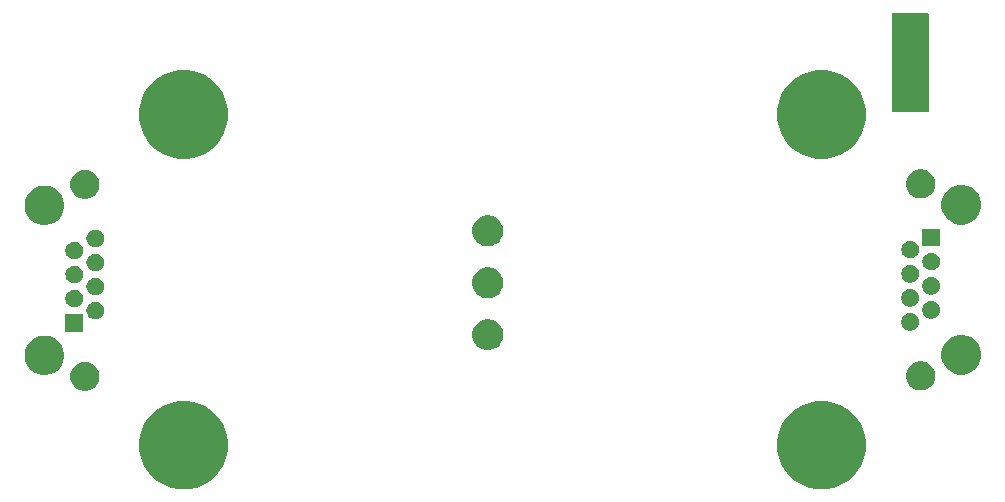
<source format=gbs>
G04 #@! TF.GenerationSoftware,KiCad,Pcbnew,5.1.5-1.fc31*
G04 #@! TF.CreationDate,2020-04-27T21:51:01+02:00*
G04 #@! TF.ProjectId,vdsl-surge-protection-copy,7664736c-2d73-4757-9267-652d70726f74,rev?*
G04 #@! TF.SameCoordinates,Original*
G04 #@! TF.FileFunction,Soldermask,Bot*
G04 #@! TF.FilePolarity,Negative*
%FSLAX46Y46*%
G04 Gerber Fmt 4.6, Leading zero omitted, Abs format (unit mm)*
G04 Created by KiCad (PCBNEW 5.1.5-1.fc31) date 2020-04-27 21:51:01*
%MOMM*%
%LPD*%
G04 APERTURE LIST*
%ADD10C,0.100000*%
G04 APERTURE END LIST*
D10*
G36*
X122000000Y-80750000D02*
G01*
X119000000Y-80750000D01*
X119000000Y-72500000D01*
X122000000Y-72500000D01*
X122000000Y-80750000D01*
G37*
X122000000Y-80750000D02*
X119000000Y-80750000D01*
X119000000Y-72500000D01*
X122000000Y-72500000D01*
X122000000Y-80750000D01*
G36*
X114093835Y-105394110D02*
G01*
X114776291Y-105676793D01*
X115390486Y-106087185D01*
X115912815Y-106609514D01*
X116323207Y-107223709D01*
X116605890Y-107906165D01*
X116750000Y-108630657D01*
X116750000Y-109369343D01*
X116605890Y-110093835D01*
X116323207Y-110776291D01*
X115912815Y-111390486D01*
X115390486Y-111912815D01*
X114776291Y-112323207D01*
X114093835Y-112605890D01*
X113369343Y-112750000D01*
X112630657Y-112750000D01*
X111906165Y-112605890D01*
X111223709Y-112323207D01*
X110609514Y-111912815D01*
X110087185Y-111390486D01*
X109676793Y-110776291D01*
X109394110Y-110093835D01*
X109250000Y-109369343D01*
X109250000Y-108630657D01*
X109394110Y-107906165D01*
X109676793Y-107223709D01*
X110087185Y-106609514D01*
X110609514Y-106087185D01*
X111223709Y-105676793D01*
X111906165Y-105394110D01*
X112630657Y-105250000D01*
X113369343Y-105250000D01*
X114093835Y-105394110D01*
G37*
G36*
X60093835Y-105394110D02*
G01*
X60776291Y-105676793D01*
X61390486Y-106087185D01*
X61912815Y-106609514D01*
X62323207Y-107223709D01*
X62605890Y-107906165D01*
X62750000Y-108630657D01*
X62750000Y-109369343D01*
X62605890Y-110093835D01*
X62323207Y-110776291D01*
X61912815Y-111390486D01*
X61390486Y-111912815D01*
X60776291Y-112323207D01*
X60093835Y-112605890D01*
X59369343Y-112750000D01*
X58630657Y-112750000D01*
X57906165Y-112605890D01*
X57223709Y-112323207D01*
X56609514Y-111912815D01*
X56087185Y-111390486D01*
X55676793Y-110776291D01*
X55394110Y-110093835D01*
X55250000Y-109369343D01*
X55250000Y-108630657D01*
X55394110Y-107906165D01*
X55676793Y-107223709D01*
X56087185Y-106609514D01*
X56609514Y-106087185D01*
X57223709Y-105676793D01*
X57906165Y-105394110D01*
X58630657Y-105250000D01*
X59369343Y-105250000D01*
X60093835Y-105394110D01*
G37*
G36*
X50988048Y-101999672D02*
G01*
X50988050Y-101999673D01*
X50988051Y-101999673D01*
X51053481Y-102026776D01*
X51211439Y-102092204D01*
X51211440Y-102092205D01*
X51412484Y-102226537D01*
X51583463Y-102397516D01*
X51684386Y-102548560D01*
X51717796Y-102598561D01*
X51810328Y-102821952D01*
X51857500Y-103059102D01*
X51857500Y-103300898D01*
X51810328Y-103538048D01*
X51717796Y-103761439D01*
X51717795Y-103761440D01*
X51583463Y-103962484D01*
X51412484Y-104133463D01*
X51251539Y-104241002D01*
X51211439Y-104267796D01*
X51108758Y-104310328D01*
X50988051Y-104360327D01*
X50988050Y-104360327D01*
X50988048Y-104360328D01*
X50750898Y-104407500D01*
X50509102Y-104407500D01*
X50271952Y-104360328D01*
X50271950Y-104360327D01*
X50271949Y-104360327D01*
X50151242Y-104310328D01*
X50048561Y-104267796D01*
X50008461Y-104241002D01*
X49847516Y-104133463D01*
X49676537Y-103962484D01*
X49542205Y-103761440D01*
X49542204Y-103761439D01*
X49449672Y-103538048D01*
X49402500Y-103300898D01*
X49402500Y-103059102D01*
X49449672Y-102821952D01*
X49542204Y-102598561D01*
X49575614Y-102548560D01*
X49676537Y-102397516D01*
X49847516Y-102226537D01*
X50048560Y-102092205D01*
X50048561Y-102092204D01*
X50206519Y-102026775D01*
X50271949Y-101999673D01*
X50271950Y-101999673D01*
X50271952Y-101999672D01*
X50509102Y-101952500D01*
X50750898Y-101952500D01*
X50988048Y-101999672D01*
G37*
G36*
X121758048Y-101949672D02*
G01*
X121758050Y-101949673D01*
X121758051Y-101949673D01*
X121823481Y-101976776D01*
X121981439Y-102042204D01*
X121981440Y-102042205D01*
X122182484Y-102176537D01*
X122353463Y-102347516D01*
X122461002Y-102508461D01*
X122487796Y-102548561D01*
X122580328Y-102771952D01*
X122627500Y-103009102D01*
X122627500Y-103250898D01*
X122580328Y-103488048D01*
X122487796Y-103711439D01*
X122487795Y-103711440D01*
X122353463Y-103912484D01*
X122182484Y-104083463D01*
X122021539Y-104191002D01*
X121981439Y-104217796D01*
X121860731Y-104267795D01*
X121758051Y-104310327D01*
X121758050Y-104310327D01*
X121758048Y-104310328D01*
X121520898Y-104357500D01*
X121279102Y-104357500D01*
X121041952Y-104310328D01*
X121041950Y-104310327D01*
X121041949Y-104310327D01*
X120939269Y-104267795D01*
X120818561Y-104217796D01*
X120778461Y-104191002D01*
X120617516Y-104083463D01*
X120446537Y-103912484D01*
X120312205Y-103711440D01*
X120312204Y-103711439D01*
X120219672Y-103488048D01*
X120172500Y-103250898D01*
X120172500Y-103009102D01*
X120219672Y-102771952D01*
X120312204Y-102548561D01*
X120338998Y-102508461D01*
X120446537Y-102347516D01*
X120617516Y-102176537D01*
X120818560Y-102042205D01*
X120818561Y-102042204D01*
X120976519Y-101976776D01*
X121041949Y-101949673D01*
X121041950Y-101949673D01*
X121041952Y-101949672D01*
X121279102Y-101902500D01*
X121520898Y-101902500D01*
X121758048Y-101949672D01*
G37*
G36*
X47688580Y-99789369D02*
G01*
X47993410Y-99915634D01*
X48267751Y-100098942D01*
X48501058Y-100332249D01*
X48684366Y-100606590D01*
X48810631Y-100911420D01*
X48875000Y-101235027D01*
X48875000Y-101564973D01*
X48810631Y-101888580D01*
X48684366Y-102193410D01*
X48501058Y-102467751D01*
X48267751Y-102701058D01*
X47993410Y-102884366D01*
X47688580Y-103010631D01*
X47364973Y-103075000D01*
X47035027Y-103075000D01*
X46711420Y-103010631D01*
X46406590Y-102884366D01*
X46132249Y-102701058D01*
X45898942Y-102467751D01*
X45715634Y-102193410D01*
X45589369Y-101888580D01*
X45525000Y-101564973D01*
X45525000Y-101235027D01*
X45589369Y-100911420D01*
X45715634Y-100606590D01*
X45898942Y-100332249D01*
X46132249Y-100098942D01*
X46406590Y-99915634D01*
X46711420Y-99789369D01*
X47035027Y-99725000D01*
X47364973Y-99725000D01*
X47688580Y-99789369D01*
G37*
G36*
X125318580Y-99739369D02*
G01*
X125623410Y-99865634D01*
X125897751Y-100048942D01*
X126131058Y-100282249D01*
X126314366Y-100556590D01*
X126440631Y-100861420D01*
X126505000Y-101185027D01*
X126505000Y-101514973D01*
X126440631Y-101838580D01*
X126314366Y-102143410D01*
X126131058Y-102417751D01*
X125897751Y-102651058D01*
X125623410Y-102834366D01*
X125318580Y-102960631D01*
X124994973Y-103025000D01*
X124665027Y-103025000D01*
X124341420Y-102960631D01*
X124036590Y-102834366D01*
X123762249Y-102651058D01*
X123528942Y-102417751D01*
X123345634Y-102143410D01*
X123219369Y-101838580D01*
X123155000Y-101514973D01*
X123155000Y-101185027D01*
X123219369Y-100861420D01*
X123345634Y-100556590D01*
X123528942Y-100282249D01*
X123762249Y-100048942D01*
X124036590Y-99865634D01*
X124341420Y-99739369D01*
X124665027Y-99675000D01*
X124994973Y-99675000D01*
X125318580Y-99739369D01*
G37*
G36*
X85129196Y-98399958D02*
G01*
X85129198Y-98399959D01*
X85129199Y-98399959D01*
X85216592Y-98436159D01*
X85365781Y-98497955D01*
X85578702Y-98640224D01*
X85759776Y-98821298D01*
X85902045Y-99034219D01*
X86000042Y-99270804D01*
X86050000Y-99521961D01*
X86050000Y-99778039D01*
X86000042Y-100029196D01*
X85902045Y-100265781D01*
X85759776Y-100478702D01*
X85578702Y-100659776D01*
X85365781Y-100802045D01*
X85222442Y-100861418D01*
X85129199Y-100900041D01*
X85129198Y-100900041D01*
X85129196Y-100900042D01*
X84878039Y-100950000D01*
X84621961Y-100950000D01*
X84370804Y-100900042D01*
X84370802Y-100900041D01*
X84370801Y-100900041D01*
X84277558Y-100861418D01*
X84134219Y-100802045D01*
X83921298Y-100659776D01*
X83740224Y-100478702D01*
X83597955Y-100265781D01*
X83499958Y-100029196D01*
X83450000Y-99778039D01*
X83450000Y-99521961D01*
X83499958Y-99270804D01*
X83597955Y-99034219D01*
X83740224Y-98821298D01*
X83921298Y-98640224D01*
X84134219Y-98497955D01*
X84283408Y-98436159D01*
X84370801Y-98399959D01*
X84370802Y-98399959D01*
X84370804Y-98399958D01*
X84621961Y-98350000D01*
X84878039Y-98350000D01*
X85129196Y-98399958D01*
G37*
G36*
X50489000Y-99379000D02*
G01*
X48991000Y-99379000D01*
X48991000Y-97881000D01*
X50489000Y-97881000D01*
X50489000Y-99379000D01*
G37*
G36*
X120728475Y-97839784D02*
G01*
X120728477Y-97839785D01*
X120728478Y-97839785D01*
X120864787Y-97896246D01*
X120987458Y-97978212D01*
X121091788Y-98082542D01*
X121173754Y-98205213D01*
X121225531Y-98330215D01*
X121230216Y-98341525D01*
X121259000Y-98486230D01*
X121259000Y-98633770D01*
X121230216Y-98778475D01*
X121230215Y-98778478D01*
X121173754Y-98914787D01*
X121091788Y-99037458D01*
X120987458Y-99141788D01*
X120864787Y-99223754D01*
X120728478Y-99280215D01*
X120728477Y-99280215D01*
X120728475Y-99280216D01*
X120583770Y-99309000D01*
X120436230Y-99309000D01*
X120291525Y-99280216D01*
X120291523Y-99280215D01*
X120291522Y-99280215D01*
X120155213Y-99223754D01*
X120032542Y-99141788D01*
X119928212Y-99037458D01*
X119846246Y-98914787D01*
X119789785Y-98778478D01*
X119789784Y-98778475D01*
X119761000Y-98633770D01*
X119761000Y-98486230D01*
X119789784Y-98341525D01*
X119794469Y-98330215D01*
X119846246Y-98205213D01*
X119928212Y-98082542D01*
X120032542Y-97978212D01*
X120155213Y-97896246D01*
X120291522Y-97839785D01*
X120291523Y-97839785D01*
X120291525Y-97839784D01*
X120436230Y-97811000D01*
X120583770Y-97811000D01*
X120728475Y-97839784D01*
G37*
G36*
X51738475Y-96889784D02*
G01*
X51738477Y-96889785D01*
X51738478Y-96889785D01*
X51874787Y-96946246D01*
X51997458Y-97028212D01*
X52101788Y-97132542D01*
X52183754Y-97255213D01*
X52240215Y-97391522D01*
X52240216Y-97391525D01*
X52269000Y-97536230D01*
X52269000Y-97683770D01*
X52254140Y-97758475D01*
X52240215Y-97828478D01*
X52183754Y-97964787D01*
X52101788Y-98087458D01*
X51997458Y-98191788D01*
X51874787Y-98273754D01*
X51738478Y-98330215D01*
X51738477Y-98330215D01*
X51738475Y-98330216D01*
X51593770Y-98359000D01*
X51446230Y-98359000D01*
X51301525Y-98330216D01*
X51301523Y-98330215D01*
X51301522Y-98330215D01*
X51165213Y-98273754D01*
X51042542Y-98191788D01*
X50938212Y-98087458D01*
X50856246Y-97964787D01*
X50799785Y-97828478D01*
X50785860Y-97758475D01*
X50771000Y-97683770D01*
X50771000Y-97536230D01*
X50799784Y-97391525D01*
X50799785Y-97391522D01*
X50856246Y-97255213D01*
X50938212Y-97132542D01*
X51042542Y-97028212D01*
X51165213Y-96946246D01*
X51301522Y-96889785D01*
X51301523Y-96889785D01*
X51301525Y-96889784D01*
X51446230Y-96861000D01*
X51593770Y-96861000D01*
X51738475Y-96889784D01*
G37*
G36*
X122508475Y-96819784D02*
G01*
X122508477Y-96819785D01*
X122508478Y-96819785D01*
X122644787Y-96876246D01*
X122767458Y-96958212D01*
X122871788Y-97062542D01*
X122953754Y-97185213D01*
X123005531Y-97310215D01*
X123010216Y-97321525D01*
X123039000Y-97466230D01*
X123039000Y-97613770D01*
X123010216Y-97758475D01*
X123010215Y-97758478D01*
X122953754Y-97894787D01*
X122871788Y-98017458D01*
X122767458Y-98121788D01*
X122644787Y-98203754D01*
X122508478Y-98260215D01*
X122508477Y-98260215D01*
X122508475Y-98260216D01*
X122363770Y-98289000D01*
X122216230Y-98289000D01*
X122071525Y-98260216D01*
X122071523Y-98260215D01*
X122071522Y-98260215D01*
X121935213Y-98203754D01*
X121812542Y-98121788D01*
X121708212Y-98017458D01*
X121626246Y-97894787D01*
X121569785Y-97758478D01*
X121569784Y-97758475D01*
X121541000Y-97613770D01*
X121541000Y-97466230D01*
X121569784Y-97321525D01*
X121574469Y-97310215D01*
X121626246Y-97185213D01*
X121708212Y-97062542D01*
X121812542Y-96958212D01*
X121935213Y-96876246D01*
X122071522Y-96819785D01*
X122071523Y-96819785D01*
X122071525Y-96819784D01*
X122216230Y-96791000D01*
X122363770Y-96791000D01*
X122508475Y-96819784D01*
G37*
G36*
X49958475Y-95869784D02*
G01*
X49958477Y-95869785D01*
X49958478Y-95869785D01*
X50094787Y-95926246D01*
X50217458Y-96008212D01*
X50321788Y-96112542D01*
X50403754Y-96235213D01*
X50460215Y-96371522D01*
X50460216Y-96371525D01*
X50489000Y-96516230D01*
X50489000Y-96663770D01*
X50474140Y-96738475D01*
X50460215Y-96808478D01*
X50403754Y-96944787D01*
X50321788Y-97067458D01*
X50217458Y-97171788D01*
X50094787Y-97253754D01*
X49958478Y-97310215D01*
X49958477Y-97310215D01*
X49958475Y-97310216D01*
X49813770Y-97339000D01*
X49666230Y-97339000D01*
X49521525Y-97310216D01*
X49521523Y-97310215D01*
X49521522Y-97310215D01*
X49385213Y-97253754D01*
X49262542Y-97171788D01*
X49158212Y-97067458D01*
X49076246Y-96944787D01*
X49019785Y-96808478D01*
X49005860Y-96738475D01*
X48991000Y-96663770D01*
X48991000Y-96516230D01*
X49019784Y-96371525D01*
X49019785Y-96371522D01*
X49076246Y-96235213D01*
X49158212Y-96112542D01*
X49262542Y-96008212D01*
X49385213Y-95926246D01*
X49521522Y-95869785D01*
X49521523Y-95869785D01*
X49521525Y-95869784D01*
X49666230Y-95841000D01*
X49813770Y-95841000D01*
X49958475Y-95869784D01*
G37*
G36*
X120728475Y-95799784D02*
G01*
X120728477Y-95799785D01*
X120728478Y-95799785D01*
X120864787Y-95856246D01*
X120987458Y-95938212D01*
X121091788Y-96042542D01*
X121173754Y-96165213D01*
X121212923Y-96259775D01*
X121230216Y-96301525D01*
X121259000Y-96446230D01*
X121259000Y-96593770D01*
X121230216Y-96738475D01*
X121230215Y-96738478D01*
X121173754Y-96874787D01*
X121091788Y-96997458D01*
X120987458Y-97101788D01*
X120864787Y-97183754D01*
X120728478Y-97240215D01*
X120728477Y-97240215D01*
X120728475Y-97240216D01*
X120583770Y-97269000D01*
X120436230Y-97269000D01*
X120291525Y-97240216D01*
X120291523Y-97240215D01*
X120291522Y-97240215D01*
X120155213Y-97183754D01*
X120032542Y-97101788D01*
X119928212Y-96997458D01*
X119846246Y-96874787D01*
X119789785Y-96738478D01*
X119789784Y-96738475D01*
X119761000Y-96593770D01*
X119761000Y-96446230D01*
X119789784Y-96301525D01*
X119807077Y-96259775D01*
X119846246Y-96165213D01*
X119928212Y-96042542D01*
X120032542Y-95938212D01*
X120155213Y-95856246D01*
X120291522Y-95799785D01*
X120291523Y-95799785D01*
X120291525Y-95799784D01*
X120436230Y-95771000D01*
X120583770Y-95771000D01*
X120728475Y-95799784D01*
G37*
G36*
X85129196Y-93999958D02*
G01*
X85129198Y-93999959D01*
X85129199Y-93999959D01*
X85216592Y-94036159D01*
X85365781Y-94097955D01*
X85578702Y-94240224D01*
X85759776Y-94421298D01*
X85902045Y-94634219D01*
X85902045Y-94634220D01*
X85979413Y-94821000D01*
X86000042Y-94870804D01*
X86050000Y-95121961D01*
X86050000Y-95378039D01*
X86011067Y-95573770D01*
X86000041Y-95629199D01*
X85994005Y-95643770D01*
X85902045Y-95865781D01*
X85759776Y-96078702D01*
X85578702Y-96259776D01*
X85365781Y-96402045D01*
X85259109Y-96446230D01*
X85129199Y-96500041D01*
X85129198Y-96500041D01*
X85129196Y-96500042D01*
X84878039Y-96550000D01*
X84621961Y-96550000D01*
X84370804Y-96500042D01*
X84370802Y-96500041D01*
X84370801Y-96500041D01*
X84240891Y-96446230D01*
X84134219Y-96402045D01*
X83921298Y-96259776D01*
X83740224Y-96078702D01*
X83597955Y-95865781D01*
X83505995Y-95643770D01*
X83499959Y-95629199D01*
X83488934Y-95573770D01*
X83450000Y-95378039D01*
X83450000Y-95121961D01*
X83499958Y-94870804D01*
X83520588Y-94821000D01*
X83597955Y-94634220D01*
X83597955Y-94634219D01*
X83740224Y-94421298D01*
X83921298Y-94240224D01*
X84134219Y-94097955D01*
X84283408Y-94036159D01*
X84370801Y-93999959D01*
X84370802Y-93999959D01*
X84370804Y-93999958D01*
X84621961Y-93950000D01*
X84878039Y-93950000D01*
X85129196Y-93999958D01*
G37*
G36*
X51738475Y-94849784D02*
G01*
X51738477Y-94849785D01*
X51738478Y-94849785D01*
X51874787Y-94906246D01*
X51997458Y-94988212D01*
X52101788Y-95092542D01*
X52183754Y-95215213D01*
X52240215Y-95351522D01*
X52240216Y-95351525D01*
X52269000Y-95496230D01*
X52269000Y-95643770D01*
X52254140Y-95718475D01*
X52240215Y-95788478D01*
X52183754Y-95924787D01*
X52101788Y-96047458D01*
X51997458Y-96151788D01*
X51874787Y-96233754D01*
X51738478Y-96290215D01*
X51738477Y-96290215D01*
X51738475Y-96290216D01*
X51593770Y-96319000D01*
X51446230Y-96319000D01*
X51301525Y-96290216D01*
X51301523Y-96290215D01*
X51301522Y-96290215D01*
X51165213Y-96233754D01*
X51042542Y-96151788D01*
X50938212Y-96047458D01*
X50856246Y-95924787D01*
X50799785Y-95788478D01*
X50785860Y-95718475D01*
X50771000Y-95643770D01*
X50771000Y-95496230D01*
X50799784Y-95351525D01*
X50799785Y-95351522D01*
X50856246Y-95215213D01*
X50938212Y-95092542D01*
X51042542Y-94988212D01*
X51165213Y-94906246D01*
X51301522Y-94849785D01*
X51301523Y-94849785D01*
X51301525Y-94849784D01*
X51446230Y-94821000D01*
X51593770Y-94821000D01*
X51738475Y-94849784D01*
G37*
G36*
X122508475Y-94779784D02*
G01*
X122508477Y-94779785D01*
X122508478Y-94779785D01*
X122644787Y-94836246D01*
X122767458Y-94918212D01*
X122871788Y-95022542D01*
X122953754Y-95145213D01*
X123005531Y-95270215D01*
X123010216Y-95281525D01*
X123039000Y-95426230D01*
X123039000Y-95573770D01*
X123010216Y-95718475D01*
X123010215Y-95718478D01*
X122953754Y-95854787D01*
X122871788Y-95977458D01*
X122767458Y-96081788D01*
X122644787Y-96163754D01*
X122508478Y-96220215D01*
X122508477Y-96220215D01*
X122508475Y-96220216D01*
X122363770Y-96249000D01*
X122216230Y-96249000D01*
X122071525Y-96220216D01*
X122071523Y-96220215D01*
X122071522Y-96220215D01*
X121935213Y-96163754D01*
X121812542Y-96081788D01*
X121708212Y-95977458D01*
X121626246Y-95854787D01*
X121569785Y-95718478D01*
X121569784Y-95718475D01*
X121541000Y-95573770D01*
X121541000Y-95426230D01*
X121569784Y-95281525D01*
X121574469Y-95270215D01*
X121626246Y-95145213D01*
X121708212Y-95022542D01*
X121812542Y-94918212D01*
X121935213Y-94836246D01*
X122071522Y-94779785D01*
X122071523Y-94779785D01*
X122071525Y-94779784D01*
X122216230Y-94751000D01*
X122363770Y-94751000D01*
X122508475Y-94779784D01*
G37*
G36*
X49958475Y-93829784D02*
G01*
X49958477Y-93829785D01*
X49958478Y-93829785D01*
X50094787Y-93886246D01*
X50217458Y-93968212D01*
X50321788Y-94072542D01*
X50403754Y-94195213D01*
X50460215Y-94331522D01*
X50460216Y-94331525D01*
X50489000Y-94476230D01*
X50489000Y-94623770D01*
X50486921Y-94634220D01*
X50460215Y-94768478D01*
X50403754Y-94904787D01*
X50321788Y-95027458D01*
X50217458Y-95131788D01*
X50094787Y-95213754D01*
X49958478Y-95270215D01*
X49958477Y-95270215D01*
X49958475Y-95270216D01*
X49813770Y-95299000D01*
X49666230Y-95299000D01*
X49521525Y-95270216D01*
X49521523Y-95270215D01*
X49521522Y-95270215D01*
X49385213Y-95213754D01*
X49262542Y-95131788D01*
X49158212Y-95027458D01*
X49076246Y-94904787D01*
X49019785Y-94768478D01*
X48993079Y-94634220D01*
X48991000Y-94623770D01*
X48991000Y-94476230D01*
X49019784Y-94331525D01*
X49019785Y-94331522D01*
X49076246Y-94195213D01*
X49158212Y-94072542D01*
X49262542Y-93968212D01*
X49385213Y-93886246D01*
X49521522Y-93829785D01*
X49521523Y-93829785D01*
X49521525Y-93829784D01*
X49666230Y-93801000D01*
X49813770Y-93801000D01*
X49958475Y-93829784D01*
G37*
G36*
X120728475Y-93759784D02*
G01*
X120728477Y-93759785D01*
X120728478Y-93759785D01*
X120864787Y-93816246D01*
X120987458Y-93898212D01*
X121091788Y-94002542D01*
X121173754Y-94125213D01*
X121221393Y-94240224D01*
X121230216Y-94261525D01*
X121259000Y-94406230D01*
X121259000Y-94553770D01*
X121242997Y-94634219D01*
X121230215Y-94698478D01*
X121173754Y-94834787D01*
X121091788Y-94957458D01*
X120987458Y-95061788D01*
X120864787Y-95143754D01*
X120728478Y-95200215D01*
X120728477Y-95200215D01*
X120728475Y-95200216D01*
X120583770Y-95229000D01*
X120436230Y-95229000D01*
X120291525Y-95200216D01*
X120291523Y-95200215D01*
X120291522Y-95200215D01*
X120155213Y-95143754D01*
X120032542Y-95061788D01*
X119928212Y-94957458D01*
X119846246Y-94834787D01*
X119789785Y-94698478D01*
X119777003Y-94634219D01*
X119761000Y-94553770D01*
X119761000Y-94406230D01*
X119789784Y-94261525D01*
X119798607Y-94240224D01*
X119846246Y-94125213D01*
X119928212Y-94002542D01*
X120032542Y-93898212D01*
X120155213Y-93816246D01*
X120291522Y-93759785D01*
X120291523Y-93759785D01*
X120291525Y-93759784D01*
X120436230Y-93731000D01*
X120583770Y-93731000D01*
X120728475Y-93759784D01*
G37*
G36*
X51738475Y-92809784D02*
G01*
X51738477Y-92809785D01*
X51738478Y-92809785D01*
X51874787Y-92866246D01*
X51997458Y-92948212D01*
X52101788Y-93052542D01*
X52183754Y-93175213D01*
X52240215Y-93311522D01*
X52240216Y-93311525D01*
X52269000Y-93456230D01*
X52269000Y-93603770D01*
X52254140Y-93678475D01*
X52240215Y-93748478D01*
X52183754Y-93884787D01*
X52101788Y-94007458D01*
X51997458Y-94111788D01*
X51874787Y-94193754D01*
X51738478Y-94250215D01*
X51738477Y-94250215D01*
X51738475Y-94250216D01*
X51593770Y-94279000D01*
X51446230Y-94279000D01*
X51301525Y-94250216D01*
X51301523Y-94250215D01*
X51301522Y-94250215D01*
X51165213Y-94193754D01*
X51042542Y-94111788D01*
X50938212Y-94007458D01*
X50856246Y-93884787D01*
X50799785Y-93748478D01*
X50785860Y-93678475D01*
X50771000Y-93603770D01*
X50771000Y-93456230D01*
X50799784Y-93311525D01*
X50799785Y-93311522D01*
X50856246Y-93175213D01*
X50938212Y-93052542D01*
X51042542Y-92948212D01*
X51165213Y-92866246D01*
X51301522Y-92809785D01*
X51301523Y-92809785D01*
X51301525Y-92809784D01*
X51446230Y-92781000D01*
X51593770Y-92781000D01*
X51738475Y-92809784D01*
G37*
G36*
X122508475Y-92739784D02*
G01*
X122508477Y-92739785D01*
X122508478Y-92739785D01*
X122644787Y-92796246D01*
X122767458Y-92878212D01*
X122871788Y-92982542D01*
X122953754Y-93105213D01*
X123005531Y-93230215D01*
X123010216Y-93241525D01*
X123039000Y-93386230D01*
X123039000Y-93533770D01*
X123010216Y-93678475D01*
X123010215Y-93678478D01*
X122953754Y-93814787D01*
X122871788Y-93937458D01*
X122767458Y-94041788D01*
X122644787Y-94123754D01*
X122508478Y-94180215D01*
X122508477Y-94180215D01*
X122508475Y-94180216D01*
X122363770Y-94209000D01*
X122216230Y-94209000D01*
X122071525Y-94180216D01*
X122071523Y-94180215D01*
X122071522Y-94180215D01*
X121935213Y-94123754D01*
X121812542Y-94041788D01*
X121708212Y-93937458D01*
X121626246Y-93814787D01*
X121569785Y-93678478D01*
X121569784Y-93678475D01*
X121541000Y-93533770D01*
X121541000Y-93386230D01*
X121569784Y-93241525D01*
X121574469Y-93230215D01*
X121626246Y-93105213D01*
X121708212Y-92982542D01*
X121812542Y-92878212D01*
X121935213Y-92796246D01*
X122071522Y-92739785D01*
X122071523Y-92739785D01*
X122071525Y-92739784D01*
X122216230Y-92711000D01*
X122363770Y-92711000D01*
X122508475Y-92739784D01*
G37*
G36*
X49958475Y-91789784D02*
G01*
X49958477Y-91789785D01*
X49958478Y-91789785D01*
X50094787Y-91846246D01*
X50217458Y-91928212D01*
X50321788Y-92032542D01*
X50403754Y-92155213D01*
X50460215Y-92291522D01*
X50460216Y-92291525D01*
X50489000Y-92436230D01*
X50489000Y-92583770D01*
X50474140Y-92658475D01*
X50460215Y-92728478D01*
X50403754Y-92864787D01*
X50321788Y-92987458D01*
X50217458Y-93091788D01*
X50094787Y-93173754D01*
X49958478Y-93230215D01*
X49958477Y-93230215D01*
X49958475Y-93230216D01*
X49813770Y-93259000D01*
X49666230Y-93259000D01*
X49521525Y-93230216D01*
X49521523Y-93230215D01*
X49521522Y-93230215D01*
X49385213Y-93173754D01*
X49262542Y-93091788D01*
X49158212Y-92987458D01*
X49076246Y-92864787D01*
X49019785Y-92728478D01*
X49005860Y-92658475D01*
X48991000Y-92583770D01*
X48991000Y-92436230D01*
X49019784Y-92291525D01*
X49019785Y-92291522D01*
X49076246Y-92155213D01*
X49158212Y-92032542D01*
X49262542Y-91928212D01*
X49385213Y-91846246D01*
X49521522Y-91789785D01*
X49521523Y-91789785D01*
X49521525Y-91789784D01*
X49666230Y-91761000D01*
X49813770Y-91761000D01*
X49958475Y-91789784D01*
G37*
G36*
X120728475Y-91719784D02*
G01*
X120728477Y-91719785D01*
X120728478Y-91719785D01*
X120864787Y-91776246D01*
X120987458Y-91858212D01*
X121091788Y-91962542D01*
X121173754Y-92085213D01*
X121225531Y-92210215D01*
X121230216Y-92221525D01*
X121259000Y-92366230D01*
X121259000Y-92513770D01*
X121230216Y-92658475D01*
X121230215Y-92658478D01*
X121173754Y-92794787D01*
X121091788Y-92917458D01*
X120987458Y-93021788D01*
X120864787Y-93103754D01*
X120728478Y-93160215D01*
X120728477Y-93160215D01*
X120728475Y-93160216D01*
X120583770Y-93189000D01*
X120436230Y-93189000D01*
X120291525Y-93160216D01*
X120291523Y-93160215D01*
X120291522Y-93160215D01*
X120155213Y-93103754D01*
X120032542Y-93021788D01*
X119928212Y-92917458D01*
X119846246Y-92794787D01*
X119789785Y-92658478D01*
X119789784Y-92658475D01*
X119761000Y-92513770D01*
X119761000Y-92366230D01*
X119789784Y-92221525D01*
X119794469Y-92210215D01*
X119846246Y-92085213D01*
X119928212Y-91962542D01*
X120032542Y-91858212D01*
X120155213Y-91776246D01*
X120291522Y-91719785D01*
X120291523Y-91719785D01*
X120291525Y-91719784D01*
X120436230Y-91691000D01*
X120583770Y-91691000D01*
X120728475Y-91719784D01*
G37*
G36*
X51738475Y-90769784D02*
G01*
X51738477Y-90769785D01*
X51738478Y-90769785D01*
X51874787Y-90826246D01*
X51997458Y-90908212D01*
X52101788Y-91012542D01*
X52183754Y-91135213D01*
X52183755Y-91135216D01*
X52240216Y-91271525D01*
X52269000Y-91416230D01*
X52269000Y-91563770D01*
X52246138Y-91678702D01*
X52240215Y-91708478D01*
X52183754Y-91844787D01*
X52101788Y-91967458D01*
X51997458Y-92071788D01*
X51874787Y-92153754D01*
X51738478Y-92210215D01*
X51738477Y-92210215D01*
X51738475Y-92210216D01*
X51593770Y-92239000D01*
X51446230Y-92239000D01*
X51301525Y-92210216D01*
X51301523Y-92210215D01*
X51301522Y-92210215D01*
X51165213Y-92153754D01*
X51042542Y-92071788D01*
X50938212Y-91967458D01*
X50856246Y-91844787D01*
X50799785Y-91708478D01*
X50793862Y-91678702D01*
X50771000Y-91563770D01*
X50771000Y-91416230D01*
X50799784Y-91271525D01*
X50856245Y-91135216D01*
X50856246Y-91135213D01*
X50938212Y-91012542D01*
X51042542Y-90908212D01*
X51165213Y-90826246D01*
X51301522Y-90769785D01*
X51301523Y-90769785D01*
X51301525Y-90769784D01*
X51446230Y-90741000D01*
X51593770Y-90741000D01*
X51738475Y-90769784D01*
G37*
G36*
X123039000Y-92169000D02*
G01*
X121541000Y-92169000D01*
X121541000Y-90671000D01*
X123039000Y-90671000D01*
X123039000Y-92169000D01*
G37*
G36*
X85129196Y-89599958D02*
G01*
X85129198Y-89599959D01*
X85129199Y-89599959D01*
X85216592Y-89636159D01*
X85365781Y-89697955D01*
X85578702Y-89840224D01*
X85759776Y-90021298D01*
X85902045Y-90234219D01*
X86000042Y-90470804D01*
X86050000Y-90721961D01*
X86050000Y-90978039D01*
X86000042Y-91229196D01*
X85902045Y-91465781D01*
X85759776Y-91678702D01*
X85578702Y-91859776D01*
X85365781Y-92002045D01*
X85216592Y-92063841D01*
X85129199Y-92100041D01*
X85129198Y-92100041D01*
X85129196Y-92100042D01*
X84878039Y-92150000D01*
X84621961Y-92150000D01*
X84370804Y-92100042D01*
X84370802Y-92100041D01*
X84370801Y-92100041D01*
X84283408Y-92063841D01*
X84134219Y-92002045D01*
X83921298Y-91859776D01*
X83740224Y-91678702D01*
X83597955Y-91465781D01*
X83499958Y-91229196D01*
X83450000Y-90978039D01*
X83450000Y-90721961D01*
X83499958Y-90470804D01*
X83597955Y-90234219D01*
X83740224Y-90021298D01*
X83921298Y-89840224D01*
X84134219Y-89697955D01*
X84283408Y-89636159D01*
X84370801Y-89599959D01*
X84370802Y-89599959D01*
X84370804Y-89599958D01*
X84621961Y-89550000D01*
X84878039Y-89550000D01*
X85129196Y-89599958D01*
G37*
G36*
X47688580Y-87089369D02*
G01*
X47993410Y-87215634D01*
X48267751Y-87398942D01*
X48501058Y-87632249D01*
X48684366Y-87906590D01*
X48810631Y-88211420D01*
X48875000Y-88535027D01*
X48875000Y-88864973D01*
X48810631Y-89188580D01*
X48684366Y-89493410D01*
X48501058Y-89767751D01*
X48267751Y-90001058D01*
X47993410Y-90184366D01*
X47688580Y-90310631D01*
X47364973Y-90375000D01*
X47035027Y-90375000D01*
X46711420Y-90310631D01*
X46406590Y-90184366D01*
X46132249Y-90001058D01*
X45898942Y-89767751D01*
X45715634Y-89493410D01*
X45589369Y-89188580D01*
X45525000Y-88864973D01*
X45525000Y-88535027D01*
X45589369Y-88211420D01*
X45715634Y-87906590D01*
X45898942Y-87632249D01*
X46132249Y-87398942D01*
X46406590Y-87215634D01*
X46711420Y-87089369D01*
X47035027Y-87025000D01*
X47364973Y-87025000D01*
X47688580Y-87089369D01*
G37*
G36*
X125318580Y-87039369D02*
G01*
X125623410Y-87165634D01*
X125897751Y-87348942D01*
X126131058Y-87582249D01*
X126314366Y-87856590D01*
X126440631Y-88161420D01*
X126505000Y-88485027D01*
X126505000Y-88814973D01*
X126440631Y-89138580D01*
X126314366Y-89443410D01*
X126131058Y-89717751D01*
X125897751Y-89951058D01*
X125623410Y-90134366D01*
X125318580Y-90260631D01*
X124994973Y-90325000D01*
X124665027Y-90325000D01*
X124341420Y-90260631D01*
X124036590Y-90134366D01*
X123762249Y-89951058D01*
X123528942Y-89717751D01*
X123345634Y-89443410D01*
X123219369Y-89138580D01*
X123155000Y-88814973D01*
X123155000Y-88485027D01*
X123219369Y-88161420D01*
X123345634Y-87856590D01*
X123528942Y-87582249D01*
X123762249Y-87348942D01*
X124036590Y-87165634D01*
X124341420Y-87039369D01*
X124665027Y-86975000D01*
X124994973Y-86975000D01*
X125318580Y-87039369D01*
G37*
G36*
X50988048Y-85739672D02*
G01*
X50988050Y-85739673D01*
X50988051Y-85739673D01*
X51053481Y-85766775D01*
X51211439Y-85832204D01*
X51211440Y-85832205D01*
X51412484Y-85966537D01*
X51583463Y-86137516D01*
X51684386Y-86288560D01*
X51717796Y-86338561D01*
X51810328Y-86561952D01*
X51857500Y-86799102D01*
X51857500Y-87040898D01*
X51810328Y-87278048D01*
X51717796Y-87501439D01*
X51717795Y-87501440D01*
X51583463Y-87702484D01*
X51412484Y-87873463D01*
X51251539Y-87981002D01*
X51211439Y-88007796D01*
X51108758Y-88050328D01*
X50988051Y-88100327D01*
X50988050Y-88100327D01*
X50988048Y-88100328D01*
X50750898Y-88147500D01*
X50509102Y-88147500D01*
X50271952Y-88100328D01*
X50271950Y-88100327D01*
X50271949Y-88100327D01*
X50151242Y-88050328D01*
X50048561Y-88007796D01*
X50008461Y-87981002D01*
X49847516Y-87873463D01*
X49676537Y-87702484D01*
X49542205Y-87501440D01*
X49542204Y-87501439D01*
X49449672Y-87278048D01*
X49402500Y-87040898D01*
X49402500Y-86799102D01*
X49449672Y-86561952D01*
X49542204Y-86338561D01*
X49575614Y-86288560D01*
X49676537Y-86137516D01*
X49847516Y-85966537D01*
X50048560Y-85832205D01*
X50048561Y-85832204D01*
X50206519Y-85766775D01*
X50271949Y-85739673D01*
X50271950Y-85739673D01*
X50271952Y-85739672D01*
X50509102Y-85692500D01*
X50750898Y-85692500D01*
X50988048Y-85739672D01*
G37*
G36*
X121758048Y-85689672D02*
G01*
X121758050Y-85689673D01*
X121758051Y-85689673D01*
X121823481Y-85716775D01*
X121981439Y-85782204D01*
X121981440Y-85782205D01*
X122182484Y-85916537D01*
X122353463Y-86087516D01*
X122461002Y-86248461D01*
X122487796Y-86288561D01*
X122580328Y-86511952D01*
X122627500Y-86749102D01*
X122627500Y-86990898D01*
X122580328Y-87228048D01*
X122487796Y-87451439D01*
X122487795Y-87451440D01*
X122353463Y-87652484D01*
X122182484Y-87823463D01*
X122058074Y-87906590D01*
X121981439Y-87957796D01*
X121860731Y-88007795D01*
X121758051Y-88050327D01*
X121758050Y-88050327D01*
X121758048Y-88050328D01*
X121520898Y-88097500D01*
X121279102Y-88097500D01*
X121041952Y-88050328D01*
X121041950Y-88050327D01*
X121041949Y-88050327D01*
X120939269Y-88007795D01*
X120818561Y-87957796D01*
X120741926Y-87906590D01*
X120617516Y-87823463D01*
X120446537Y-87652484D01*
X120312205Y-87451440D01*
X120312204Y-87451439D01*
X120219672Y-87228048D01*
X120172500Y-86990898D01*
X120172500Y-86749102D01*
X120219672Y-86511952D01*
X120312204Y-86288561D01*
X120338998Y-86248461D01*
X120446537Y-86087516D01*
X120617516Y-85916537D01*
X120818560Y-85782205D01*
X120818561Y-85782204D01*
X120976519Y-85716775D01*
X121041949Y-85689673D01*
X121041950Y-85689673D01*
X121041952Y-85689672D01*
X121279102Y-85642500D01*
X121520898Y-85642500D01*
X121758048Y-85689672D01*
G37*
G36*
X114093835Y-77394110D02*
G01*
X114776291Y-77676793D01*
X115390486Y-78087185D01*
X115912815Y-78609514D01*
X116323207Y-79223709D01*
X116605890Y-79906165D01*
X116750000Y-80630657D01*
X116750000Y-81369343D01*
X116605890Y-82093835D01*
X116323207Y-82776291D01*
X115912815Y-83390486D01*
X115390486Y-83912815D01*
X114776291Y-84323207D01*
X114093835Y-84605890D01*
X113369343Y-84750000D01*
X112630657Y-84750000D01*
X111906165Y-84605890D01*
X111223709Y-84323207D01*
X110609514Y-83912815D01*
X110087185Y-83390486D01*
X109676793Y-82776291D01*
X109394110Y-82093835D01*
X109250000Y-81369343D01*
X109250000Y-80630657D01*
X109394110Y-79906165D01*
X109676793Y-79223709D01*
X110087185Y-78609514D01*
X110609514Y-78087185D01*
X111223709Y-77676793D01*
X111906165Y-77394110D01*
X112630657Y-77250000D01*
X113369343Y-77250000D01*
X114093835Y-77394110D01*
G37*
G36*
X60093835Y-77394110D02*
G01*
X60776291Y-77676793D01*
X61390486Y-78087185D01*
X61912815Y-78609514D01*
X62323207Y-79223709D01*
X62605890Y-79906165D01*
X62750000Y-80630657D01*
X62750000Y-81369343D01*
X62605890Y-82093835D01*
X62323207Y-82776291D01*
X61912815Y-83390486D01*
X61390486Y-83912815D01*
X60776291Y-84323207D01*
X60093835Y-84605890D01*
X59369343Y-84750000D01*
X58630657Y-84750000D01*
X57906165Y-84605890D01*
X57223709Y-84323207D01*
X56609514Y-83912815D01*
X56087185Y-83390486D01*
X55676793Y-82776291D01*
X55394110Y-82093835D01*
X55250000Y-81369343D01*
X55250000Y-80630657D01*
X55394110Y-79906165D01*
X55676793Y-79223709D01*
X56087185Y-78609514D01*
X56609514Y-78087185D01*
X57223709Y-77676793D01*
X57906165Y-77394110D01*
X58630657Y-77250000D01*
X59369343Y-77250000D01*
X60093835Y-77394110D01*
G37*
G36*
X120952080Y-77509691D02*
G01*
X120952082Y-77509692D01*
X120952083Y-77509692D01*
X121034694Y-77543910D01*
X121234139Y-77626523D01*
X121234140Y-77626524D01*
X121487983Y-77796136D01*
X121703864Y-78012017D01*
X121758469Y-78093740D01*
X121873477Y-78265861D01*
X121990309Y-78547920D01*
X122049870Y-78847351D01*
X122049870Y-79152649D01*
X122015659Y-79324637D01*
X121990308Y-79452083D01*
X121975522Y-79487779D01*
X121873477Y-79734139D01*
X121703863Y-79987984D01*
X121487984Y-80203863D01*
X121234139Y-80373477D01*
X121034694Y-80456090D01*
X120952083Y-80490308D01*
X120952082Y-80490308D01*
X120952080Y-80490309D01*
X120652649Y-80549870D01*
X120347351Y-80549870D01*
X120047920Y-80490309D01*
X120047918Y-80490308D01*
X120047917Y-80490308D01*
X119965306Y-80456090D01*
X119765861Y-80373477D01*
X119512016Y-80203863D01*
X119296137Y-79987984D01*
X119126523Y-79734139D01*
X119024478Y-79487779D01*
X119009692Y-79452083D01*
X118984341Y-79324637D01*
X118950130Y-79152649D01*
X118950130Y-78847351D01*
X119009691Y-78547920D01*
X119126523Y-78265861D01*
X119241531Y-78093740D01*
X119296136Y-78012017D01*
X119512017Y-77796136D01*
X119765860Y-77626524D01*
X119765861Y-77626523D01*
X119965306Y-77543910D01*
X120047917Y-77509692D01*
X120047918Y-77509692D01*
X120047920Y-77509691D01*
X120347351Y-77450130D01*
X120652649Y-77450130D01*
X120952080Y-77509691D01*
G37*
G36*
X122049870Y-75469870D02*
G01*
X118950130Y-75469870D01*
X118950130Y-72370130D01*
X122049870Y-72370130D01*
X122049870Y-75469870D01*
G37*
M02*

</source>
